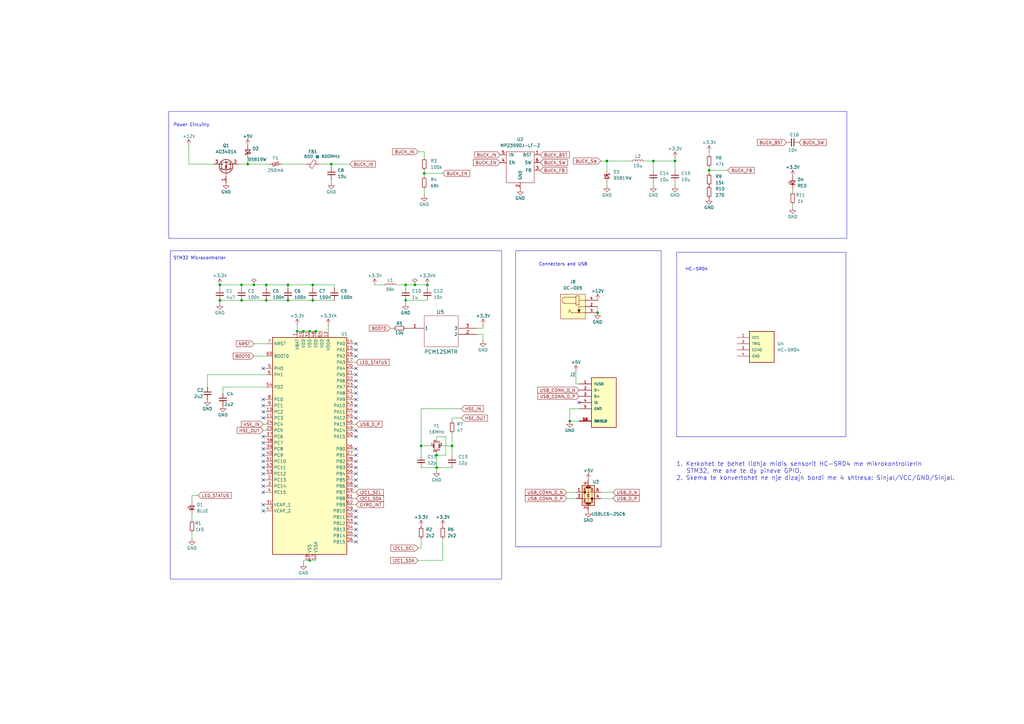
<source format=kicad_sch>
(kicad_sch (version 20231120) (generator "eeschema") (generator_version "8.0")
  (paper "A3")
  (lib_symbols
    (symbol "10118193-0001LF:10118193-0001LF" (pin_names (offset 1.016))
      (property "Reference" "J" (at -5.0817 10.9286 0))
      (property "Value" "10118193-0001LF" (at -5.0819 -12.7097 0))
      (symbol "10118193-0001LF_0_0"
        (pin passive line (at -10.16 7.62 0) (length 5.08) (name "VUSB") (number "1"))
        (pin passive line (at -10.16 5.08 0) (length 5.08) (name "D-") (number "2"))
        (pin passive line (at -10.16 2.54 0) (length 5.08) (name "D+") (number "3"))
        (pin passive line (at -10.16 0 0) (length 5.08) (name "ID") (number "4"))
        (pin passive line (at -10.16 -2.54 0) (length 5.08) (name "GND") (number "5"))
        (pin passive line (at -10.16 -7.62 0) (length 5.08) (name "SHIELD") (number "S1"))
        (pin passive line (at -10.16 -7.62 0) (length 5.08) (name "SHIELD") (number "S2"))
        (pin passive line (at -10.16 -7.62 0) (length 5.08) (name "SHIELD") (number "S3"))
        (pin passive line (at -10.16 -7.62 0) (length 5.08) (name "SHIELD") (number "S4"))
        (pin passive line (at -10.16 -7.62 0) (length 5.08) (name "SHIELD") (number "S5"))
        (pin passive line (at -10.16 -7.62 0) (length 5.08) (name "SHIELD") (number "S6"))
      )
    )
    (symbol "2024-11-09_23-25-21:PCM12SMTR" (pin_names (offset 0.254))
      (property "Reference" "U5" (at 20.32 10.16 0))
      (property "Value" "PCM12SMTR" (at 20.32 7.62 0))
      (symbol "PCM12SMTR_1_1"
        (pin unspecified line (at 0 0 0) (length 7.62) (name "1") (number "1"))
        (pin unspecified line (at 29.21 -2.54 180) (length 7.62) (name "2") (number "2"))
        (pin unspecified line (at 29.21 0 180) (length 7.62) (name "3") (number "3"))
      )
    )
    (symbol "DC-005:DC-005" (pin_names (offset 1.016))
      (property "Reference" "J" (at -5.0943 5.5976 0))
      (property "Value" "DC-005" (at -5.0995 -7.6398 0))
      (symbol "DC-005_0_0"
        (pin passive line (at 10.16 0 180) (length 5.08) (name "~") (number "2"))
        (pin passive line (at 10.16 -2.54 180) (length 5.08) (name "~") (number "3"))
        (pin passive line (at 10.16 2.54 180) (length 5.08) (name "~") (number "4"))
      )
    )
    (symbol "Device:C_Small" (pin_numbers hide) (pin_names (offset 0.254) hide)
      (property "Reference" "C" (at 0.254 1.778 0))
      (property "Value" "C_Small" (at 0.254 -2.032 0))
      (symbol "C_Small_1_1"
        (pin passive line (at 0 2.54 270) (length 2.032) (name "~") (number "1"))
        (pin passive line (at 0 -2.54 90) (length 2.032) (name "~") (number "2"))
      )
    )
    (symbol "Device:Crystal_GND24_Small" (pin_names (offset 1.016) hide)
      (property "Reference" "Y" (at 1.27 4.445 0))
      (property "Value" "Crystal_GND24_Small" (at 1.27 2.54 0))
      (symbol "Crystal_GND24_Small_1_1"
        (pin passive line (at -2.54 0 0) (length 1.27) (name "1") (number "1"))
        (pin passive line (at 0 -2.54 90) (length 0.635) (name "2") (number "2"))
        (pin passive line (at 2.54 0 180) (length 1.27) (name "3") (number "3"))
        (pin passive line (at 0 2.54 270) (length 0.635) (name "4") (number "4"))
      )
    )
    (symbol "Device:D_Schottky_Small" (pin_numbers hide) (pin_names (offset 0.254) hide)
      (property "Reference" "D" (at -1.27 2.032 0))
      (property "Value" "D_Schottky_Small" (at -7.112 -2.032 0))
      (symbol "D_Schottky_Small_1_1"
        (pin passive line (at -2.54 0 0) (length 1.778) (name "K") (number "1"))
        (pin passive line (at 2.54 0 180) (length 1.778) (name "A") (number "2"))
      )
    )
    (symbol "Device:Ferrite_Bead_Small" (pin_numbers hide) (pin_names (offset 0))
      (property "Reference" "FB" (at 1.905 1.27 0))
      (property "Value" "Device_Ferrite_Bead_Small" (at 1.905 -1.27 0))
      (symbol "Ferrite_Bead_Small_1_1"
        (pin passive line (at 0 2.54 270) (length 1.27) (name "~") (number "1"))
        (pin passive line (at 0 -2.54 90) (length 1.27) (name "~") (number "2"))
      )
    )
    (symbol "Device:LED_Small" (pin_numbers hide) (pin_names (offset 0.254) hide)
      (property "Reference" "D" (at -1.27 3.175 0))
      (property "Value" "LED_Small" (at -4.445 -2.54 0))
      (symbol "LED_Small_1_1"
        (pin passive line (at -2.54 0 0) (length 1.778) (name "K") (number "1"))
        (pin passive line (at 2.54 0 180) (length 1.778) (name "A") (number "2"))
      )
    )
    (symbol "Device:L_Small" (pin_numbers hide) (pin_names (offset 0.254) hide)
      (property "Reference" "L" (at 0.762 1.016 0))
      (property "Value" "L_Small" (at 0.762 -1.016 0))
      (symbol "L_Small_1_1"
        (pin passive line (at 0 2.54 270) (length 0.508) (name "~") (number "1"))
        (pin passive line (at 0 -2.54 90) (length 0.508) (name "~") (number "2"))
      )
    )
    (symbol "Device:Polyfuse_Small" (pin_numbers hide) (pin_names (offset 0))
      (property "Reference" "F" (at -1.905 0 90))
      (property "Value" "Polyfuse_Small" (at 1.905 0 90))
      (symbol "Polyfuse_Small_1_1"
        (pin passive line (at 0 2.54 270) (length 0.635) (name "~") (number "1"))
        (pin passive line (at 0 -2.54 90) (length 0.635) (name "~") (number "2"))
      )
    )
    (symbol "Device:R_Small" (pin_numbers hide) (pin_names (offset 0.254) hide)
      (property "Reference" "R" (at 0.762 0.508 0))
      (property "Value" "R_Small" (at 0.762 -1.016 0))
      (symbol "R_Small_1_1"
        (pin passive line (at 0 2.54 270) (length 0.762) (name "~") (number "1"))
        (pin passive line (at 0 -2.54 90) (length 0.762) (name "~") (number "2"))
      )
    )
    (symbol "HC-SR04:HC-SR04" (pin_names (offset 1.016))
      (property "Reference" "U" (at 0 5.0813 0))
      (property "Value" "HC-SR04" (at 0 -10.163 0))
      (symbol "HC-SR04_0_0"
        (pin power_in line (at -5.08 2.54 0) (length 5.08) (name "VCC") (number "1"))
        (pin bidirectional line (at -5.08 0 0) (length 5.08) (name "TRIG") (number "2"))
        (pin bidirectional line (at -5.08 -2.54 0) (length 5.08) (name "ECHO") (number "3"))
        (pin power_in line (at -5.08 -5.08 0) (length 5.08) (name "GND") (number "4"))
      )
    )
    (symbol "MCU_ST_STM32F4:STM32F405RGTx"
      (property "Reference" "U1" (at 14.224 47.244 0))
      (property "Value" "STM32F405RGT6" (at 12.7 -44.45 0))
      (symbol "STM32F405RGTx_1_1"
        (pin power_in line (at -5.08 48.26 270) (length 2.54) (name "VBAT") (number "1"))
        (pin bidirectional line (at -17.78 15.24 0) (length 2.54) (name "PC2") (number "10"))
        (pin bidirectional line (at -17.78 12.7 0) (length 2.54) (name "PC3") (number "11"))
        (pin power_in line (at 2.54 -45.72 90) (length 2.54) (name "VSSA") (number "12"))
        (pin power_in line (at 7.62 48.26 270) (length 2.54) (name "VDDA") (number "13"))
        (pin bidirectional line (at 17.78 43.18 180) (length 2.54) (name "PA0") (number "14"))
        (pin bidirectional line (at 17.78 40.64 180) (length 2.54) (name "PA1") (number "15"))
        (pin bidirectional line (at 17.78 38.1 180) (length 2.54) (name "PA2") (number "16"))
        (pin bidirectional line (at 17.78 35.56 180) (length 2.54) (name "PA3") (number "17"))
        (pin power_in line (at 0 -45.72 90) (length 2.54) (name "VSS") (number "18"))
        (pin power_in line (at -2.54 48.26 270) (length 2.54) (name "VDD") (number "19"))
        (pin bidirectional line (at -17.78 -12.7 0) (length 2.54) (name "PC13") (number "2"))
        (pin bidirectional line (at 17.78 33.02 180) (length 2.54) (name "PA4") (number "20"))
        (pin bidirectional line (at 17.78 30.48 180) (length 2.54) (name "PA5") (number "21"))
        (pin bidirectional line (at 17.78 27.94 180) (length 2.54) (name "PA6") (number "22"))
        (pin bidirectional line (at 17.78 25.4 180) (length 2.54) (name "PA7") (number "23"))
        (pin bidirectional line (at -17.78 10.16 0) (length 2.54) (name "PC4") (number "24"))
        (pin bidirectional line (at -17.78 7.62 0) (length 2.54) (name "PC5") (number "25"))
        (pin bidirectional line (at 17.78 0 180) (length 2.54) (name "PB0") (number "26"))
        (pin bidirectional line (at 17.78 -2.54 180) (length 2.54) (name "PB1") (number "27"))
        (pin bidirectional line (at 17.78 -5.08 180) (length 2.54) (name "PB2") (number "28"))
        (pin bidirectional line (at 17.78 -25.4 180) (length 2.54) (name "PB10") (number "29"))
        (pin bidirectional line (at -17.78 -15.24 0) (length 2.54) (name "PC14") (number "3"))
        (pin bidirectional line (at 17.78 -27.94 180) (length 2.54) (name "PB11") (number "30"))
        (pin power_out line (at -17.78 -22.86 0) (length 2.54) (name "VCAP_1") (number "31"))
        (pin power_in line (at 0 48.26 270) (length 2.54) (name "VDD") (number "32"))
        (pin bidirectional line (at 17.78 -30.48 180) (length 2.54) (name "PB12") (number "33"))
        (pin bidirectional line (at 17.78 -33.02 180) (length 2.54) (name "PB13") (number "34"))
        (pin bidirectional line (at 17.78 -35.56 180) (length 2.54) (name "PB14") (number "35"))
        (pin bidirectional line (at 17.78 -38.1 180) (length 2.54) (name "PB15") (number "36"))
        (pin bidirectional line (at -17.78 5.08 0) (length 2.54) (name "PC6") (number "37"))
        (pin bidirectional line (at -17.78 2.54 0) (length 2.54) (name "PC7") (number "38"))
        (pin bidirectional line (at -17.78 0 0) (length 2.54) (name "PC8") (number "39"))
        (pin bidirectional line (at -17.78 -17.78 0) (length 2.54) (name "PC15") (number "4"))
        (pin bidirectional line (at -17.78 -2.54 0) (length 2.54) (name "PC9") (number "40"))
        (pin bidirectional line (at 17.78 22.86 180) (length 2.54) (name "PA8") (number "41"))
        (pin bidirectional line (at 17.78 20.32 180) (length 2.54) (name "PA9") (number "42"))
        (pin bidirectional line (at 17.78 17.78 180) (length 2.54) (name "PA10") (number "43"))
        (pin bidirectional line (at 17.78 15.24 180) (length 2.54) (name "PA11") (number "44"))
        (pin bidirectional line (at 17.78 12.7 180) (length 2.54) (name "PA12") (number "45"))
        (pin bidirectional line (at 17.78 10.16 180) (length 2.54) (name "PA13") (number "46"))
        (pin power_out line (at -17.78 -25.4 0) (length 2.54) (name "VCAP_2") (number "47"))
        (pin power_in line (at 2.54 48.26 270) (length 2.54) (name "VDD") (number "48"))
        (pin bidirectional line (at 17.78 7.62 180) (length 2.54) (name "PA14") (number "49"))
        (pin bidirectional line (at -17.78 33.02 0) (length 2.54) (name "PH0") (number "5"))
        (pin bidirectional line (at 17.78 5.08 180) (length 2.54) (name "PA15") (number "50"))
        (pin bidirectional line (at -17.78 -5.08 0) (length 2.54) (name "PC10") (number "51"))
        (pin bidirectional line (at -17.78 -7.62 0) (length 2.54) (name "PC11") (number "52"))
        (pin bidirectional line (at -17.78 -10.16 0) (length 2.54) (name "PC12") (number "53"))
        (pin bidirectional line (at -17.78 25.4 0) (length 2.54) (name "PD2") (number "54"))
        (pin bidirectional line (at 17.78 -7.62 180) (length 2.54) (name "PB3") (number "55"))
        (pin bidirectional line (at 17.78 -10.16 180) (length 2.54) (name "PB4") (number "56"))
        (pin bidirectional line (at 17.78 -12.7 180) (length 2.54) (name "PB5") (number "57"))
        (pin bidirectional line (at 17.78 -15.24 180) (length 2.54) (name "PB6") (number "58"))
        (pin bidirectional line (at 17.78 -17.78 180) (length 2.54) (name "PB7") (number "59"))
        (pin bidirectional line (at -17.78 30.48 0) (length 2.54) (name "PH1") (number "6"))
        (pin input line (at -17.78 38.1 0) (length 2.54) (name "BOOT0") (number "60"))
        (pin bidirectional line (at 17.78 -20.32 180) (length 2.54) (name "PB8") (number "61"))
        (pin bidirectional line (at 17.78 -22.86 180) (length 2.54) (name "PB9") (number "62"))
        (pin passive line (at 0 -45.72 90) (length 2.54) hide (name "VSS") (number "63"))
        (pin power_in line (at 5.08 48.26 270) (length 2.54) (name "VDD") (number "64"))
        (pin input line (at -17.78 43.18 0) (length 2.54) (name "NRST") (number "7"))
        (pin bidirectional line (at -17.78 20.32 0) (length 2.54) (name "PC0") (number "8"))
        (pin bidirectional line (at -17.78 17.78 0) (length 2.54) (name "PC1") (number "9"))
      )
    )
    (symbol "Power_Protection:USBLC6-2SC6" (pin_names hide)
      (property "Reference" "U" (at 0.635 5.715 0))
      (property "Value" "USBLC6-2SC6" (at 0.635 3.81 0))
      (symbol "USBLC6-2SC6_1_1"
        (pin passive line (at -5.08 0 0) (length 2.54) (name "I/O1") (number "1"))
        (pin passive line (at 0 -7.62 90) (length 2.54) (name "GND") (number "2"))
        (pin passive line (at -5.08 -2.54 0) (length 2.54) (name "I/O2") (number "3"))
        (pin passive line (at 5.08 -2.54 180) (length 2.54) (name "I/O2") (number "4"))
        (pin passive line (at 0 5.08 270) (length 2.54) (name "VBUS") (number "5"))
        (pin passive line (at 5.08 0 180) (length 2.54) (name "I/O1") (number "6"))
      )
    )
    (symbol "SchmillipKiCADLibrary:MP2359DJ-LF-Z" (pin_names (offset 1.016))
      (property "Reference" "U" (at 0 9.525 0))
      (property "Value" "SchmillipKiCADLibrary_MP2359DJ-LF-Z" (at 10.16 -6.35 0))
      (symbol "MP2359DJ-LF-Z_1_1"
        (pin input line (at 8.255 6.35 180) (length 2.54) (name "BST") (number "1"))
        (pin power_in line (at 0 -7.62 90) (length 2.54) (name "GND") (number "2"))
        (pin input line (at 8.255 0 180) (length 2.54) (name "FB") (number "3"))
        (pin input line (at -8.255 3.175 0) (length 2.54) (name "EN") (number "4"))
        (pin power_in line (at -8.255 6.35 0) (length 2.54) (name "IN") (number "5"))
        (pin power_out line (at 8.255 3.175 180) (length 2.54) (name "SW") (number "6"))
      )
    )
    (symbol "Transistor_FET:AO3401A" (pin_names hide)
      (property "Reference" "Q" (at 5.08 1.905 0))
      (property "Value" "AO3401A" (at 5.08 0 0))
      (symbol "AO3401A_1_1"
        (pin input line (at -5.08 0 0) (length 2.54) (name "G") (number "1"))
        (pin passive line (at 2.54 -5.08 90) (length 2.54) (name "S") (number "2"))
        (pin passive line (at 2.54 5.08 270) (length 2.54) (name "D") (number "3"))
      )
    )
    (symbol "power:+12V" (power) (pin_numbers hide) (pin_names (offset 0) hide)
      (property "Value" "+12V" (at 0 3.556 0))
      (symbol "+12V_1_1"
        (pin power_in line (at 0 0 90) (length 0) (name "~") (number "1"))
      )
    )
    (symbol "power:+3.3V" (power) (pin_numbers hide) (pin_names (offset 0) hide)
      (property "Value" "+3.3V" (at 0 3.556 0))
      (symbol "+3.3V_1_1"
        (pin power_in line (at 0 0 90) (length 0) (name "~") (number "1"))
      )
    )
    (symbol "power:+3.3VA" (power) (pin_numbers hide) (pin_names (offset 0) hide)
      (property "Value" "+3.3VA" (at 0 3.556 0))
      (symbol "+3.3VA_1_1"
        (pin power_in line (at 0 0 90) (length 0) (name "~") (number "1"))
      )
    )
    (symbol "power:+5V" (power) (pin_numbers hide) (pin_names (offset 0) hide)
      (property "Value" "+5V" (at 0 3.556 0))
      (symbol "+5V_1_1"
        (pin power_in line (at 0 0 90) (length 0) (name "~") (number "1"))
      )
    )
    (symbol "power:GND" (power) (pin_numbers hide) (pin_names (offset 0) hide)
      (property "Value" "GND" (at 0 -3.81 0))
      (symbol "GND_1_1"
        (pin power_in line (at 0 0 270) (length 0) (name "~") (number "1"))
      )
    )
    (symbol "power:PWR_FLAG" (power) (pin_numbers hide) (pin_names (offset 0) hide)
      (property "Value" "PWR_FLAG" (at 0 3.81 0))
      (symbol "PWR_FLAG_0_0"
        (pin power_out line (at 0 0 90) (length 0) (name "~") (number "1"))
      )
    )
  )
  (junction (at 129.54 135.89))
  (junction (at 99.06 123.19))
  (junction (at 172.72 182.88))
  (junction (at 90.17 123.19))
  (junction (at 179.07 191.77))
  (junction (at 127 229.87))
  (junction (at 173.99 71.12))
  (junction (at 175.26 116.84))
  (junction (at 267.97 66.04))
  (junction (at 166.37 123.19))
  (junction (at 248.92 66.04))
  (junction (at 170.18 116.84))
  (junction (at 233.68 172.72))
  (junction (at 109.22 116.84))
  (junction (at 101.6 67.31))
  (junction (at 118.11 116.84))
  (junction (at 104.14 116.84))
  (junction (at 99.06 116.84))
  (junction (at 290.83 69.85))
  (junction (at 276.86 66.04))
  (junction (at 109.22 123.19))
  (junction (at 135.89 67.31))
  (junction (at 90.17 116.84))
  (junction (at 166.37 116.84))
  (junction (at 124.46 135.89))
  (junction (at 245.11 128.27))
  (junction (at 127 135.89))
  (junction (at 128.27 123.19))
  (junction (at 128.27 116.84))
  (junction (at 118.11 123.19))
  (junction (at 179.07 186.69))
  (junction (at 121.92 135.89))
  (junction (at 185.42 182.88))
  (no_connect (at 146.05 166.37))
  (no_connect (at 107.95 166.37))
  (no_connect (at 107.95 189.23))
  (no_connect (at 146.05 156.21))
  (no_connect (at 107.95 199.39))
  (no_connect (at 107.95 196.85))
  (no_connect (at 107.95 201.93))
  (no_connect (at 107.95 186.69))
  (no_connect (at 146.05 143.51))
  (no_connect (at 146.05 158.75))
  (no_connect (at 146.05 194.31))
  (no_connect (at 107.95 207.01))
  (no_connect (at 107.95 194.31))
  (no_connect (at 146.05 179.07))
  (no_connect (at 107.95 171.45))
  (no_connect (at 146.05 212.09))
  (no_connect (at 146.05 217.17))
  (no_connect (at 146.05 184.15))
  (no_connect (at 107.95 168.91))
  (no_connect (at 146.05 219.71))
  (no_connect (at 107.95 179.07))
  (no_connect (at 146.05 189.23))
  (no_connect (at 107.95 209.55))
  (no_connect (at 146.05 146.05))
  (no_connect (at 146.05 214.63))
  (no_connect (at 107.95 184.15))
  (no_connect (at 146.05 163.83))
  (no_connect (at 146.05 176.53))
  (no_connect (at 107.95 151.13))
  (no_connect (at 107.95 181.61))
  (no_connect (at 146.05 161.29))
  (no_connect (at 146.05 186.69))
  (no_connect (at 146.05 222.25))
  (no_connect (at 146.05 209.55))
  (no_connect (at 146.05 196.85))
  (no_connect (at 146.05 140.97))
  (no_connect (at 107.95 191.77))
  (no_connect (at 146.05 171.45))
  (no_connect (at 146.05 153.67))
  (no_connect (at 146.05 191.77))
  (no_connect (at 146.05 151.13))
  (no_connect (at 107.95 163.83))
  (no_connect (at 237.49 165.1))
  (no_connect (at 146.05 168.91))
  (no_connect (at 146.05 199.39))
  (wire (pts (xy 144.78 153.67) (xy 146.05 153.67)))
  (wire (pts (xy 107.95 201.93) (xy 109.22 201.93)))
  (wire (pts (xy 107.95 163.83) (xy 109.22 163.83)))
  (wire (pts (xy 107.95 207.01) (xy 109.22 207.01)))
  (wire (pts (xy 172.72 167.64) (xy 172.72 182.88)))
  (wire (pts (xy 90.17 116.84) (xy 90.17 118.11)))
  (wire (pts (xy 179.07 180.34) (xy 179.07 179.07)))
  (wire (pts (xy 185.42 177.8) (xy 185.42 182.88)))
  (wire (pts (xy 99.06 116.84) (xy 104.14 116.84)))
  (wire (pts (xy 146.05 161.29) (xy 144.78 161.29)))
  (wire (pts (xy 128.27 118.11) (xy 128.27 116.84)))
  (wire (pts (xy 146.05 163.83) (xy 144.78 163.83)))
  (wire (pts (xy 175.26 116.84) (xy 170.18 116.84)))
  (wire (pts (xy 146.05 148.59) (xy 144.78 148.59)))
  (wire (pts (xy 237.49 167.64) (xy 233.68 167.64)))
  (wire (pts (xy 121.92 135.89) (xy 124.46 135.89)))
  (wire (pts (xy 166.37 116.84) (xy 162.56 116.84)))
  (wire (pts (xy 107.95 171.45) (xy 109.22 171.45)))
  (wire (pts (xy 107.95 199.39) (xy 109.22 199.39)))
  (wire (pts (xy 107.95 196.85) (xy 109.22 196.85)))
  (wire (pts (xy 77.47 59.69) (xy 77.47 67.31)))
  (wire (pts (xy 290.83 63.5) (xy 290.83 62.23)))
  (wire (pts (xy 146.05 209.55) (xy 144.78 209.55)))
  (wire (pts (xy 90.17 124.46) (xy 90.17 123.19)))
  (wire (pts (xy 81.28 203.2) (xy 78.74 203.2)))
  (wire (pts (xy 135.89 68.58) (xy 135.89 67.31)))
  (wire (pts (xy 233.68 172.72) (xy 237.49 172.72)))
  (wire (pts (xy 90.17 123.19) (xy 99.06 123.19)))
  (wire (pts (xy 107.95 181.61) (xy 109.22 181.61)))
  (wire (pts (xy 109.22 123.19) (xy 118.11 123.19)))
  (wire (pts (xy 290.83 69.85) (xy 290.83 71.12)))
  (wire (pts (xy 146.05 207.01) (xy 144.78 207.01)))
  (wire (pts (xy 179.07 193.04) (xy 179.07 191.77)))
  (wire (pts (xy 99.06 118.11) (xy 99.06 116.84)))
  (wire (pts (xy 173.99 71.12) (xy 173.99 69.85)))
  (wire (pts (xy 146.05 171.45) (xy 144.78 171.45)))
  (wire (pts (xy 107.95 179.07) (xy 109.22 179.07)))
  (wire (pts (xy 78.74 213.36) (xy 78.74 210.82)))
  (wire (pts (xy 198.12 137.16) (xy 195.58 137.16)))
  (wire (pts (xy 124.46 231.14) (xy 124.46 229.87)))
  (wire (pts (xy 248.92 69.85) (xy 248.92 66.04)))
  (wire (pts (xy 185.42 171.45) (xy 185.42 172.72)))
  (wire (pts (xy 248.92 66.04) (xy 246.38 66.04)))
  (wire (pts (xy 109.22 118.11) (xy 109.22 116.84)))
  (wire (pts (xy 181.61 71.12) (xy 173.99 71.12)))
  (wire (pts (xy 144.78 151.13) (xy 146.05 151.13)))
  (wire (pts (xy 91.44 161.29) (xy 91.44 158.75)))
  (wire (pts (xy 146.05 196.85) (xy 144.78 196.85)))
  (wire (pts (xy 146.05 184.15) (xy 144.78 184.15)))
  (wire (pts (xy 195.58 134.62) (xy 198.12 134.62)))
  (wire (pts (xy 104.14 146.05) (xy 109.22 146.05)))
  (wire (pts (xy 146.05 217.17) (xy 144.78 217.17)))
  (wire (pts (xy 325.12 78.74) (xy 325.12 77.47)))
  (wire (pts (xy 181.61 182.88) (xy 185.42 182.88)))
  (wire (pts (xy 171.45 229.87) (xy 181.61 229.87)))
  (wire (pts (xy 276.86 64.77) (xy 276.86 66.04)))
  (wire (pts (xy 107.95 173.99) (xy 109.22 173.99)))
  (wire (pts (xy 245.11 125.73) (xy 245.11 128.27)))
  (wire (pts (xy 110.49 67.31) (xy 101.6 67.31)))
  (wire (pts (xy 173.99 80.01) (xy 173.99 77.47)))
  (wire (pts (xy 246.38 204.47) (xy 251.46 204.47)))
  (wire (pts (xy 146.05 199.39) (xy 144.78 199.39)))
  (wire (pts (xy 179.07 185.42) (xy 179.07 186.69)))
  (wire (pts (xy 107.95 166.37) (xy 109.22 166.37)))
  (wire (pts (xy 99.06 123.19) (xy 109.22 123.19)))
  (wire (pts (xy 146.05 222.25) (xy 144.78 222.25)))
  (wire (pts (xy 182.88 179.07) (xy 182.88 186.69)))
  (wire (pts (xy 181.61 229.87) (xy 181.61 220.98)))
  (wire (pts (xy 146.05 191.77) (xy 144.78 191.77)))
  (wire (pts (xy 87.63 67.31) (xy 77.47 67.31)))
  (wire (pts (xy 107.95 189.23) (xy 109.22 189.23)))
  (wire (pts (xy 146.05 194.31) (xy 144.78 194.31)))
  (wire (pts (xy 290.83 69.85) (xy 290.83 68.58)))
  (wire (pts (xy 179.07 186.69) (xy 179.07 191.77)))
  (wire (pts (xy 276.86 66.04) (xy 267.97 66.04)))
  (wire (pts (xy 90.17 116.84) (xy 99.06 116.84)))
  (wire (pts (xy 104.14 140.97) (xy 109.22 140.97)))
  (wire (pts (xy 107.95 168.91) (xy 109.22 168.91)))
  (wire (pts (xy 124.46 135.89) (xy 127 135.89)))
  (wire (pts (xy 85.09 158.75) (xy 85.09 153.67)))
  (wire (pts (xy 128.27 123.19) (xy 137.16 123.19)))
  (wire (pts (xy 109.22 116.84) (xy 118.11 116.84)))
  (wire (pts (xy 146.05 166.37) (xy 144.78 166.37)))
  (wire (pts (xy 171.45 224.79) (xy 172.72 224.79)))
  (wire (pts (xy 143.51 67.31) (xy 135.89 67.31)))
  (wire (pts (xy 276.86 69.85) (xy 276.86 66.04)))
  (wire (pts (xy 170.18 116.84) (xy 166.37 116.84)))
  (wire (pts (xy 85.09 153.67) (xy 109.22 153.67)))
  (wire (pts (xy 97.79 67.31) (xy 101.6 67.31)))
  (wire (pts (xy 118.11 118.11) (xy 118.11 116.84)))
  (wire (pts (xy 78.74 220.98) (xy 78.74 218.44)))
  (wire (pts (xy 236.22 157.48) (xy 237.49 157.48)))
  (wire (pts (xy 134.62 133.35) (xy 134.62 135.89)))
  (wire (pts (xy 146.05 168.91) (xy 144.78 168.91)))
  (wire (pts (xy 276.86 76.2) (xy 276.86 74.93)))
  (wire (pts (xy 146.05 186.69) (xy 144.78 186.69)))
  (wire (pts (xy 171.45 62.23) (xy 173.99 62.23)))
  (wire (pts (xy 160.02 134.62) (xy 161.29 134.62)))
  (wire (pts (xy 172.72 167.64) (xy 189.23 167.64)))
  (wire (pts (xy 144.78 146.05) (xy 146.05 146.05)))
  (wire (pts (xy 107.95 176.53) (xy 109.22 176.53)))
  (wire (pts (xy 173.99 72.39) (xy 173.99 71.12)))
  (wire (pts (xy 182.88 186.69) (xy 179.07 186.69)))
  (wire (pts (xy 259.08 66.04) (xy 248.92 66.04)))
  (wire (pts (xy 233.68 167.64) (xy 233.68 172.72)))
  (wire (pts (xy 179.07 191.77) (xy 185.42 191.77)))
  (wire (pts (xy 78.74 203.2) (xy 78.74 205.74)))
  (wire (pts (xy 267.97 76.2) (xy 267.97 74.93)))
  (wire (pts (xy 298.45 69.85) (xy 290.83 69.85)))
  (wire (pts (xy 107.95 186.69) (xy 109.22 186.69)))
  (wire (pts (xy 179.07 179.07) (xy 182.88 179.07)))
  (wire (pts (xy 236.22 152.4) (xy 236.22 157.48)))
  (wire (pts (xy 101.6 64.77) (xy 101.6 67.31)))
  (wire (pts (xy 118.11 116.84) (xy 128.27 116.84)))
  (wire (pts (xy 107.95 209.55) (xy 109.22 209.55)))
  (wire (pts (xy 144.78 143.51) (xy 146.05 143.51)))
  (wire (pts (xy 198.12 134.62) (xy 198.12 133.35)))
  (wire (pts (xy 246.38 201.93) (xy 251.46 201.93)))
  (wire (pts (xy 91.44 158.75) (xy 109.22 158.75)))
  (wire (pts (xy 172.72 186.69) (xy 172.72 182.88)))
  (wire (pts (xy 232.41 204.47) (xy 236.22 204.47)))
  (wire (pts (xy 127 135.89) (xy 129.54 135.89)))
  (wire (pts (xy 118.11 123.19) (xy 128.27 123.19)))
  (wire (pts (xy 146.05 212.09) (xy 144.78 212.09)))
  (wire (pts (xy 146.05 176.53) (xy 144.78 176.53)))
  (wire (pts (xy 166.37 124.46) (xy 166.37 123.19)))
  (wire (pts (xy 232.41 201.93) (xy 236.22 201.93)))
  (wire (pts (xy 173.99 62.23) (xy 173.99 64.77)))
  (wire (pts (xy 325.12 85.09) (xy 325.12 83.82)))
  (wire (pts (xy 127 229.87) (xy 129.54 229.87)))
  (wire (pts (xy 129.54 135.89) (xy 132.08 135.89)))
  (wire (pts (xy 146.05 214.63) (xy 144.78 214.63)))
  (wire (pts (xy 146.05 173.99) (xy 144.78 173.99)))
  (wire (pts (xy 166.37 123.19) (xy 175.26 123.19)))
  (wire (pts (xy 124.46 229.87) (xy 127 229.87)))
  (wire (pts (xy 146.05 158.75) (xy 144.78 158.75)))
  (wire (pts (xy 107.95 194.31) (xy 109.22 194.31)))
  (wire (pts (xy 146.05 140.97) (xy 144.78 140.97)))
  (wire (pts (xy 175.26 118.11) (xy 175.26 116.84)))
  (wire (pts (xy 172.72 224.79) (xy 172.72 220.98)))
  (wire (pts (xy 189.23 171.45) (xy 185.42 171.45)))
  (wire (pts (xy 153.67 116.84) (xy 157.48 116.84)))
  (wire (pts (xy 146.05 201.93) (xy 144.78 201.93)))
  (wire (pts (xy 146.05 189.23) (xy 144.78 189.23)))
  (wire (pts (xy 267.97 66.04) (xy 264.16 66.04)))
  (wire (pts (xy 172.72 182.88) (xy 176.53 182.88)))
  (wire (pts (xy 135.89 67.31) (xy 130.81 67.31)))
  (wire (pts (xy 146.05 156.21) (xy 144.78 156.21)))
  (wire (pts (xy 107.95 151.13) (xy 109.22 151.13)))
  (wire (pts (xy 137.16 116.84) (xy 137.16 118.11)))
  (wire (pts (xy 146.05 204.47) (xy 144.78 204.47)))
  (wire (pts (xy 107.95 191.77) (xy 109.22 191.77)))
  (wire (pts (xy 248.92 76.2) (xy 248.92 74.93)))
  (wire (pts (xy 179.07 191.77) (xy 172.72 191.77)))
  (wire (pts (xy 267.97 69.85) (xy 267.97 66.04)))
  (wire (pts (xy 121.92 133.35) (xy 121.92 135.89)))
  (wire (pts (xy 104.14 116.84) (xy 109.22 116.84)))
  (wire (pts (xy 146.05 179.07) (xy 144.78 179.07)))
  (wire (pts (xy 135.89 74.93) (xy 135.89 73.66)))
  (wire (pts (xy 107.95 184.15) (xy 109.22 184.15)))
  (wire (pts (xy 146.05 219.71) (xy 144.78 219.71)))
  (wire (pts (xy 166.37 118.11) (xy 166.37 116.84)))
  (wire (pts (xy 185.42 186.69) (xy 185.42 182.88)))
  (wire (pts (xy 115.57 67.31) (xy 125.73 67.31)))
  (wire (pts (xy 128.27 116.84) (xy 137.16 116.84)))
  (wire (pts (xy 198.12 139.7) (xy 198.12 137.16)))
  (rectangle (start 69.215 45.72) (end 347.345 97.79))
  (rectangle (start 277.495 103.505) (end 346.964 179.07))
  (rectangle (start 211.455 102.87) (end 271.145 224.282))
  (rectangle (start 69.85 102.87) (end 205.74 237.49))
  (text "1. Kerkohet te behet lidhja midis sensorit HC-SR04 me mikrokontrollerin \n   STM32, me ane te dy pineve GPIO.\n2. Skema te konvertohet ne nje dizajn bordi me 4 shtresa: Sinjal/VCC/GND/Sinjal.\n" (at 277.368 193.294 0) (effects (font (size 1.778 1.778)) (justify left)))
  (text "HC-SR04\n" (at 285.75 110.49 0) (effects (font (size 1.27 1.27))))
  (text "STM32 Microcontroller" (at 71.12 106.68 0) (effects (font (size 1.27 1.27)) (justify left bottom)))
  (text "Connectors and USB" (at 220.98 109.22 0) (effects (font (size 1.27 1.27)) (justify left bottom)))
  (text "Power Circuitry" (at 71.12 52.07 0) (effects (font (size 1.27 1.27)) (justify left bottom)))
  (global_label "BUCK_SW" (shape input) (at 327.66 58.42 0) (property "Intersheetrefs" "${INTERSHEET_REFS}" (effects (hide yes))))
  (global_label "I2C1_SDA" (shape input) (at 171.45 229.87 180) (property "Intersheetrefs" "${INTERSHEET_REFS}" (effects (hide yes))))
  (global_label "USB_D_N" (shape input) (at 251.46 201.93 0) (property "Intersheetrefs" "${INTERSHEET_REFS}" (effects (hide yes))))
  (global_label "BOOT0" (shape input) (at 160.02 134.62 180) (property "Intersheetrefs" "${INTERSHEET_REFS}" (effects (hide yes))))
  (global_label "HSE_IN" (shape input) (at 107.95 173.99 180) (property "Intersheetrefs" "${INTERSHEET_REFS}" (effects (hide yes))))
  (global_label "HSE_OUT" (shape input) (at 107.95 176.53 180) (property "Intersheetrefs" "${INTERSHEET_REFS}" (effects (hide yes))))
  (global_label "BOOT0" (shape input) (at 104.14 146.05 180) (property "Intersheetrefs" "${INTERSHEET_REFS}" (effects (hide yes))))
  (global_label "I2C1_SCL" (shape input) (at 146.05 201.93 0) (property "Intersheetrefs" "${INTERSHEET_REFS}" (effects (hide yes))))
  (global_label "BUCK_EN" (shape input) (at 181.61 71.12 0) (property "Intersheetrefs" "${INTERSHEET_REFS}" (effects (hide yes))))
  (global_label "USB_CONN_D_N" (shape input) (at 232.41 201.93 180) (property "Intersheetrefs" "${INTERSHEET_REFS}" (effects (hide yes))))
  (global_label "I2C1_SDA" (shape input) (at 146.05 204.47 0) (property "Intersheetrefs" "${INTERSHEET_REFS}" (effects (hide yes))))
  (global_label "GYRO_INT" (shape input) (at 146.05 207.01 0) (property "Intersheetrefs" "${INTERSHEET_REFS}" (effects (hide yes))))
  (global_label "USB_CONN_D_P" (shape input) (at 232.41 204.47 180) (property "Intersheetrefs" "${INTERSHEET_REFS}" (effects (hide yes))))
  (global_label "BUCK_BST" (shape input) (at 322.58 58.42 180) (property "Intersheetrefs" "${INTERSHEET_REFS}" (effects (hide yes))))
  (global_label "LED_STATUS" (shape input) (at 146.05 148.59 0) (property "Intersheetrefs" "${INTERSHEET_REFS}" (effects (hide yes))))
  (global_label "BUCK_IN" (shape input) (at 143.51 67.31 0) (property "Intersheetrefs" "${INTERSHEET_REFS}" (effects (hide yes))))
  (global_label "I2C1_SCL" (shape input) (at 171.45 224.79 180) (property "Intersheetrefs" "${INTERSHEET_REFS}" (effects (hide yes))))
  (global_label "BUCK_SW" (shape input) (at 221.615 66.675 0) (property "Intersheetrefs" "${INTERSHEET_REFS}" (effects (hide yes))))
  (global_label "HSE_IN" (shape input) (at 189.23 167.64 0) (property "Intersheetrefs" "${INTERSHEET_REFS}" (effects (hide yes))))
  (global_label "NRST" (shape input) (at 104.14 140.97 180) (property "Intersheetrefs" "${INTERSHEET_REFS}" (effects (hide yes))))
  (global_label "LED_STATUS" (shape input) (at 81.28 203.2 0) (property "Intersheetrefs" "${INTERSHEET_REFS}" (effects (hide yes))))
  (global_label "BUCK_IN" (shape input) (at 171.45 62.23 180) (property "Intersheetrefs" "${INTERSHEET_REFS}" (effects (hide yes))))
  (global_label "HSE_OUT" (shape input) (at 189.23 171.45 0) (property "Intersheetrefs" "${INTERSHEET_REFS}" (effects (hide yes))))
  (global_label "BUCK_SW" (shape input) (at 246.38 66.04 180) (property "Intersheetrefs" "${INTERSHEET_REFS}" (effects (hide yes))))
  (global_label "USB_CONN_D_P" (shape input) (at 237.49 162.56 180) (property "Intersheetrefs" "${INTERSHEET_REFS}" (effects (hide yes))))
  (global_label "BUCK_FB" (shape input) (at 221.615 69.85 0) (property "Intersheetrefs" "${INTERSHEET_REFS}" (effects (hide yes))))
  (global_label "USB_D_P" (shape input) (at 146.05 173.99 0) (property "Intersheetrefs" "${INTERSHEET_REFS}" (effects (hide yes))))
  (global_label "USB_CONN_D_N" (shape input) (at 237.49 160.02 180) (property "Intersheetrefs" "${INTERSHEET_REFS}" (effects (hide yes))))
  (global_label "USB_D_P" (shape input) (at 251.46 204.47 0) (property "Intersheetrefs" "${INTERSHEET_REFS}" (effects (hide yes))))
  (global_label "BUCK_BST" (shape input) (at 221.615 63.5 0) (property "Intersheetrefs" "${INTERSHEET_REFS}" (effects (hide yes))))
  (global_label "BUCK_EN" (shape input) (at 205.105 66.675 180) (property "Intersheetrefs" "${INTERSHEET_REFS}" (effects (hide yes))))
  (global_label "BUCK_FB" (shape input) (at 298.45 69.85 0) (property "Intersheetrefs" "${INTERSHEET_REFS}" (effects (hide yes))))
  (global_label "BUCK_IN" (shape input) (at 205.105 63.5 180) (property "Intersheetrefs" "${INTERSHEET_REFS}" (effects (hide yes))))
  (symbol (lib_id "Device:D_Schottky_Small") (at 101.6 62.23 90) (unit 1)
    (property "Reference" "D2" (at 103.505 60.96 90) (effects (justify right)))
    (property "Value" "B5819W" (at 101.6 65.405 90) (effects (justify right)))
    (property "Footprint" "Diode_SMD:D_SOD-123" (effects (hide yes)))
    (property "LCSC Part #" "C8598" (effects (hide yes)))
  )
  (symbol (lib_id "Device:C_Small") (at 325.12 58.42 270) (unit 1)
    (property "Reference" "C16" (at 323.85 55.245 90) (effects (justify left)))
    (property "Value" "10n" (at 323.215 61.595 90) (effects (justify left)))
    (property "Footprint" "Capacitor_SMD:C_0603_1608Metric" (effects (hide yes)))
    (property "LCSC Part #" "C57112" (effects (hide yes)))
  )
  (symbol (lib_id "power:GND") (at 233.68 172.72 0) (unit 1)
    (property "Reference" "#PWR027" (effects (hide yes)))
    (property "Value" "GND" (at 233.68 176.53 0))
  )
  (symbol (lib_id "Device:C_Small") (at 185.42 189.23 0) (unit 1)
    (property "Reference" "C13" (at 187.96 187.325 0) (effects (justify left)))
    (property "Value" "12p" (at 187.96 189.865 0) (effects (justify left)))
    (property "Footprint" "Capacitor_SMD:C_0402_1005Metric" (effects (hide yes)))
    (property "LCSC Part #" "C1547" (effects (hide yes)))
  )
  (symbol (lib_id "power:+3.3V") (at 90.17 116.84 0) (unit 1)
    (property "Reference" "#PWR03" (effects (hide yes)))
    (property "Value" "+3.3V" (at 90.17 113.03 0))
  )
  (symbol (lib_id "Device:C_Small") (at 137.16 120.65 0) (unit 1)
    (property "Reference" "C9" (at 139.7 119.38 0) (effects (justify left)))
    (property "Value" "100n" (at 139.7 121.92 0) (effects (justify left)))
    (property "Footprint" "Capacitor_SMD:C_0402_1005Metric" (effects (hide yes)))
    (property "LCSC Part #" "C1525" (effects (hide yes)))
  )
  (symbol (lib_id "power:GND") (at 90.17 124.46 0) (unit 1)
    (property "Reference" "#PWR04" (effects (hide yes)))
    (property "Value" "GND" (at 90.17 128.27 0))
  )
  (symbol (lib_id "Device:R_Small") (at 173.99 67.31 0) (unit 1)
    (property "Reference" "R3" (at 176.53 66.04 0) (effects (justify left)))
    (property "Value" "100k" (at 176.53 68.58 0) (effects (justify left)))
    (property "Footprint" "Resistor_SMD:R_0603_1608Metric" (effects (hide yes)))
    (property "LCSC Part #" "C25803" (effects (hide yes)))
  )
  (symbol (lib_id "HC-SR04:HC-SR04") (at 307.34 140.97 0) (unit 1)
    (property "Reference" "U4" (at 318.77 140.9699 0) (effects (justify left)))
    (property "Value" "HC-SR04" (at 318.77 143.5099 0) (effects (justify left)))
    (property "Footprint" "HC-SR04:XCVR_HC-SR04" (effects (hide yes)))
    (property "MF" "SparkFun Electronics" (effects (hide yes)))
    (property "Description_1" "\n                        \n                            HC-SR04 Ultrasonic Sensor Qwiic Platform Evaluation Expansion Board\n                        \n" (effects (hide yes)))
    (property "Package" "None" (effects (hide yes)))
    (property "Price" "None" (effects (hide yes)))
    (property "Check_prices" "https://www.snapeda.com/parts/HC-SR04/SparkFun/view-part/?ref=eda" (effects (hide yes)))
    (property "SnapEDA_Link" "https://www.snapeda.com/parts/HC-SR04/SparkFun/view-part/?ref=snap" (effects (hide yes)))
    (property "MP" "HC-SR04" (effects (hide yes)))
    (property "Availability" "Not in stock" (effects (hide yes)))
    (property "MANUFACTURER" "Osepp" (effects (hide yes)))
  )
  (symbol (lib_id "power:GND") (at 248.92 76.2 0) (unit 1)
    (property "Reference" "#PWR029" (effects (hide yes)))
    (property "Value" "GND" (at 248.92 80.01 0))
  )
  (symbol (lib_id "power:+3.3V") (at 276.86 64.77 0) (unit 1)
    (property "Reference" "#PWR031" (effects (hide yes)))
    (property "Value" "+3.3V" (at 276.86 60.96 0))
  )
  (symbol (lib_id "Device:R_Small") (at 181.61 218.44 0) (unit 1)
    (property "Reference" "R6" (at 183.515 217.17 0) (effects (justify left)))
    (property "Value" "2k2" (at 183.515 219.71 0) (effects (justify left)))
    (property "Footprint" "Resistor_SMD:R_0402_1005Metric" (effects (hide yes)))
    (property "LCSC Part #" "C25879" (effects (hide yes)))
  )
  (symbol (lib_id "SchmillipKiCADLibrary:MP2359DJ-LF-Z") (at 213.36 69.85 0) (unit 1)
    (property "Reference" "U2" (at 213.36 57.15 0))
    (property "Value" "MP2359DJ-LF-Z" (at 213.36 59.69 0))
    (property "Footprint" "Package_TO_SOT_SMD:SOT-23-6" (effects (hide yes)))
    (property "LCSC Part #" "C14259" (effects (hide yes)))
  )
  (symbol (lib_id "power:GND") (at 166.37 124.46 0) (unit 1)
    (property "Reference" "#PWR014" (effects (hide yes)))
    (property "Value" "GND" (at 166.37 128.27 0))
  )
  (symbol (lib_id "Device:L_Small") (at 261.62 66.04 90) (unit 1)
    (property "Reference" "L2" (at 261.62 64.135 90))
    (property "Value" "10u" (at 261.62 67.945 90))
    (property "Footprint" "SPM6530T-100M-HZ:IND_SPM6530T-100M-HZ" (effects (hide yes)))
    (property "Description" "TDK SPM6530T-100M-HZ" (effects (hide yes)))
    (property "LCSC Part #" "C360728" (effects (hide yes)))
  )
  (symbol (lib_id "power:+12V") (at 77.47 59.69 0) (unit 1)
    (property "Reference" "#PWR01" (effects (hide yes)))
    (property "Value" "+12V" (at 77.47 55.88 0))
  )
  (symbol (lib_id "power:GND") (at 135.89 74.93 0) (unit 1)
    (property "Reference" "#PWR012" (effects (hide yes)))
    (property "Value" "GND" (at 135.89 78.74 0))
  )
  (symbol (lib_id "power:GND") (at 91.44 166.37 0) (unit 1)
    (property "Reference" "#PWR07" (effects (hide yes)))
    (property "Value" "GND" (at 91.44 170.18 0))
  )
  (symbol (lib_id "Device:C_Small") (at 128.27 120.65 0) (unit 1)
    (property "Reference" "C7" (at 130.81 119.38 0) (effects (justify left)))
    (property "Value" "100n" (at 130.81 121.92 0) (effects (justify left)))
    (property "Footprint" "Capacitor_SMD:C_0402_1005Metric" (effects (hide yes)))
    (property "LCSC Part #" "C1525" (effects (hide yes)))
  )
  (symbol (lib_id "Device:C_Small") (at 267.97 72.39 0) (unit 1)
    (property "Reference" "C14" (at 270.51 71.12 0) (effects (justify left)))
    (property "Value" "10u" (at 270.51 73.66 0) (effects (justify left)))
    (property "Footprint" "Capacitor_SMD:C_1206_3216Metric" (effects (hide yes)))
    (property "LCSC Part #" "C13585" (effects (hide yes)))
  )
  (symbol (lib_id "Device:C_Small") (at 109.22 120.65 0) (unit 1)
    (property "Reference" "C5" (at 111.76 119.38 0) (effects (justify left)))
    (property "Value" "100n" (at 111.76 121.92 0) (effects (justify left)))
    (property "Footprint" "Capacitor_SMD:C_0402_1005Metric" (effects (hide yes)))
    (property "LCSC Part #" "C1525" (effects (hide yes)))
  )
  (symbol (lib_id "Device:Polyfuse_Small") (at 113.03 67.31 270) (unit 1)
    (property "Reference" "F1" (at 113.03 64.77 90))
    (property "Value" "250mA" (at 113.03 69.85 90))
    (property "Footprint" "Fuse:Fuse_1206_3216Metric" (effects (hide yes)))
    (property "LCSC Part #" "C369159" (effects (hide yes)))
  )
  (symbol (lib_id "Device:Ferrite_Bead_Small") (at 128.27 67.31 270) (unit 1)
    (property "Reference" "FB1" (at 128.27 62.23 90))
    (property "Value" "600 @ 600MHz" (at 132.08 64.135 90))
    (property "Footprint" "Inductor_SMD:L_0805_2012Metric" (effects (hide yes)))
    (property "LCSC Part #" "C1017" (effects (hide yes)))
  )
  (symbol (lib_id "power:+5V") (at 236.22 152.4 0) (unit 1)
    (property "Reference" "#PWR028" (effects (hide yes)))
    (property "Value" "+5V" (at 236.22 148.59 0))
  )
  (symbol (lib_id "Device:R_Small") (at 185.42 175.26 0) (unit 1)
    (property "Reference" "R7" (at 187.325 173.99 0) (effects (justify left)))
    (property "Value" "47" (at 187.325 176.53 0) (effects (justify left)))
    (property "Footprint" "Resistor_SMD:R_0402_1005Metric" (effects (hide yes)))
    (property "LCSC Part #" "C25118" (effects (hide yes)))
  )
  (symbol (lib_id "power:GND") (at 198.12 139.7 0) (unit 1)
    (property "Reference" "#PWR021" (effects (hide yes)))
    (property "Value" "GND" (at 198.12 143.51 0))
  )
  (symbol (lib_id "power:GND") (at 85.09 163.83 0) (unit 1)
    (property "Reference" "#PWR05" (effects (hide yes)))
    (property "Value" "GND" (at 85.09 167.64 0))
  )
  (symbol (lib_id "power:+3.3V") (at 181.61 215.9 0) (unit 1)
    (property "Reference" "#PWR019" (effects (hide yes)))
    (property "Value" "+3.3V" (at 181.61 212.09 0))
  )
  (symbol (lib_id "Device:C_Small") (at 175.26 120.65 0) (unit 1)
    (property "Reference" "C12" (at 177.8 119.38 0) (effects (justify left)))
    (property "Value" "10n" (at 177.8 121.92 0) (effects (justify left)))
    (property "Footprint" "Capacitor_SMD:C_0402_1005Metric" (effects (hide yes)))
    (property "LCSC Part #" "C15195" (effects (hide yes)))
  )
  (symbol (lib_id "power:GND") (at 267.97 76.2 0) (unit 1)
    (property "Reference" "#PWR030" (effects (hide yes)))
    (property "Value" "GND" (at 267.97 80.01 0))
  )
  (symbol (lib_id "power:GND") (at 124.46 231.14 0) (unit 1)
    (property "Reference" "#PWR010" (effects (hide yes)))
    (property "Value" "GND" (at 124.46 234.95 0))
  )
  (symbol (lib_id "10118193-0001LF:10118193-0001LF") (at 247.65 165.1 0) (unit 1)
    (property "Reference" "J2" (at 233.68 153.6699 0) (effects (justify left)))
    (property "Value" "10118193-0001LF" (effects (hide yes)))
    (property "Footprint" "10118193-0001LF:AMPHENOL_10118193-0001LF" (effects (hide yes)))
    (property "MF" "AMPHENOL ICC / FCI" (effects (hide yes)))
    (property "MAXIMUM_PACKAGE_HEIGHT" "2.55 mm" (effects (hide yes)))
    (property "Package" "None" (effects (hide yes)))
    (property "Price" "None" (effects (hide yes)))
    (property "Check_prices" "https://www.snapeda.com/parts/10118193-0001LF/Amphenol/view-part/?ref=eda" (effects (hide yes)))
    (property "STANDARD" "Manufacturer Recommendations" (effects (hide yes)))
    (property "PARTREV" "E" (effects (hide yes)))
    (property "SnapEDA_Link" "https://www.snapeda.com/parts/10118193-0001LF/Amphenol/view-part/?ref=snap" (effects (hide yes)))
    (property "MP" "10118193-0001LF" (effects (hide yes)))
    (property "Description_1" "\n                        \n                            Right Angle Surface Mount Mount Female USB Connector 100 V ac 1.8A | Amphenol FCI (Amphenol CS) 10118193-0001LF\n                        \n" (effects (hide yes)))
    (property "Availability" "In Stock" (effects (hide yes)))
    (property "MANUFACTURER" "Amphenol FCI" (effects (hide yes)))
  )
  (symbol (lib_id "power:PWR_FLAG") (at 104.14 116.84 0) (unit 1)
    (property "Reference" "#FLG01" (effects (hide yes)))
    (property "Value" "PWR_FLAG" (effects (hide yes)))
    (property "Description" "Special symbol for telling ERC where power comes from" (effects (hide yes)))
  )
  (symbol (lib_id "Device:C_Small") (at 85.09 161.29 0) (unit 1)
    (property "Reference" "C2" (at 80.772 160.02 0) (effects (justify left)))
    (property "Value" "2u2" (at 79.502 162.56 0) (effects (justify left)))
    (property "Footprint" "Capacitor_SMD:C_0603_1608Metric" (effects (hide yes)))
    (property "LCSC Part #" "C23630" (effects (hide yes)))
  )
  (symbol (lib_id "Device:LED_Small") (at 78.74 208.28 90) (unit 1)
    (property "Reference" "D1" (at 80.645 207.01 90) (effects (justify right)))
    (property "Value" "BLUE" (at 80.645 209.55 90) (effects (justify right)))
    (property "Footprint" "LED_SMD:LED_0603_1608Metric" (effects (hide yes)))
    (property "LCSC Part #" "C72041" (effects (hide yes)))
  )
  (symbol (lib_id "Device:R_Small") (at 325.12 81.28 180) (unit 1)
    (property "Reference" "R11" (at 328.295 80.01 0))
    (property "Value" "1k" (at 328.295 82.55 0))
    (property "Footprint" "Resistor_SMD:R_0603_1608Metric" (effects (hide yes)))
    (property "LCSC Part #" "C21190" (effects (hide yes)))
  )
  (symbol (lib_id "Device:L_Small") (at 160.02 116.84 90) (unit 1)
    (property "Reference" "L1" (at 160.02 114.935 90))
    (property "Value" "39n" (at 160.02 118.745 90))
    (property "Footprint" "Inductor_SMD:L_0402_1005Metric" (effects (hide yes)))
    (property "LCSC Part #" "C26443" (effects (hide yes)))
  )
  (symbol (lib_id "power:+3.3V") (at 290.83 62.23 0) (unit 1)
    (property "Reference" "#PWR037" (effects (hide yes)))
    (property "Value" "+3.3V" (at 290.83 58.42 0))
  )
  (symbol (lib_id "power:+3.3VA") (at 134.62 133.35 0) (unit 1)
    (property "Reference" "#PWR011" (effects (hide yes)))
    (property "Value" "+3.3VA" (at 134.62 129.54 0))
  )
  (symbol (lib_id "power:GND") (at 245.11 128.27 0) (unit 1)
    (property "Reference" "#PWR024" (effects (hide yes)))
    (property "Value" "GND" (at 245.11 132.08 0))
  )
  (symbol (lib_id "Device:R_Small") (at 290.83 66.04 0) (unit 1)
    (property "Reference" "R8" (at 293.37 64.77 0) (effects (justify left)))
    (property "Value" "47k" (at 293.37 67.31 0) (effects (justify left)))
    (property "Footprint" "Resistor_SMD:R_0603_1608Metric" (effects (hide yes)))
    (property "LCSC Part #" "C25819" (effects (hide yes)))
  )
  (symbol (lib_id "Device:C_Small") (at 172.72 189.23 0) (unit 1)
    (property "Reference" "C11" (at 175.26 187.325 0) (effects (justify left)))
    (property "Value" "12p" (at 175.26 189.865 0) (effects (justify left)))
    (property "Footprint" "Capacitor_SMD:C_0402_1005Metric" (effects (hide yes)))
    (property "LCSC Part #" "C1547" (effects (hide yes)))
  )
  (symbol (lib_id "power:+3.3VA") (at 175.26 116.84 0) (unit 1)
    (property "Reference" "#PWR017" (effects (hide yes)))
    (property "Value" "+3.3VA" (at 175.26 113.03 0))
  )
  (symbol (lib_id "power:+3.3V") (at 325.12 72.39 0) (unit 1)
    (property "Reference" "#PWR042" (effects (hide yes)))
    (property "Value" "+3.3V" (at 325.12 68.58 0))
  )
  (symbol (lib_id "Device:C_Small") (at 118.11 120.65 0) (unit 1)
    (property "Reference" "C6" (at 120.65 119.38 0) (effects (justify left)))
    (property "Value" "100n" (at 120.65 121.92 0) (effects (justify left)))
    (property "Footprint" "Capacitor_SMD:C_0402_1005Metric" (effects (hide yes)))
    (property "LCSC Part #" "C1525" (effects (hide yes)))
  )
  (symbol (lib_id "power:+5V") (at 101.6 59.69 0) (unit 1)
    (property "Reference" "#PWR08" (effects (hide yes)))
    (property "Value" "+5V" (at 101.6 55.88 0))
  )
  (symbol (lib_id "Device:C_Small") (at 166.37 120.65 0) (unit 1)
    (property "Reference" "C10" (at 168.91 119.38 0) (effects (justify left)))
    (property "Value" "1u" (at 168.91 121.92 0) (effects (justify left)))
    (property "Footprint" "Capacitor_SMD:C_0402_1005Metric" (effects (hide yes)))
    (property "LCSC Part #" "C52923" (effects (hide yes)))
  )
  (symbol (lib_id "power:+5V") (at 241.3 196.85 0) (unit 1)
    (property "Reference" "#PWR039" (effects (hide yes)))
    (property "Value" "+5V" (at 241.3 193.04 0))
  )
  (symbol (lib_id "power:GND") (at 276.86 76.2 0) (unit 1)
    (property "Reference" "#PWR032" (effects (hide yes)))
    (property "Value" "GND" (at 276.86 80.01 0))
  )
  (symbol (lib_id "Power_Protection:USBLC6-2SC6") (at 241.3 201.93 0) (unit 1)
    (property "Reference" "U3" (at 244.348 197.612 0))
    (property "Value" "USBLC6-2SC6" (at 249.555 210.82 0))
    (property "Footprint" "Package_TO_SOT_SMD:SOT-23-6" (effects (hide yes)))
    (property "Datasheet" "https://www.st.com/resource/en/datasheet/usblc6-2.pdf" (effects (hide yes)))
    (property "LCSC Part #" "C7519" (effects (hide yes)))
  )
  (symbol (lib_id "2024-11-09_23-25-21:PCM12SMTR") (at 166.37 134.62 0) (unit 1)
    (property "Reference" "U5" (at 180.594 128.016 0) (effects (font (size 1.524 1.524))))
    (property "Value" "PCM12SMTR" (at 180.848 144.272 0) (effects (font (size 1.524 1.524))))
    (property "Footprint" "KiCad:PCM12SMTR" (effects (hide yes)))
    (property "Datasheet" "PCM12SMTR" (effects (hide yes)))
  )
  (symbol (lib_id "MCU_ST_STM32F4:STM32F405RGTx") (at 127 184.15 0) (unit 1)
    (property "Reference" "U1" (at 141.224 136.906 0))
    (property "Value" "STM32F405RGT6" (effects (hide yes)))
    (property "Footprint" "Package_QFP:LQFP-64_10x10mm_P0.5mm" (effects (hide yes)))
    (property "Datasheet" "http://www.st.com/st-web-ui/static/active/en/resource/technical/document/datasheet/DM00037051.pdf" (effects (hide yes)))
    (property "LCSC Part #" "C15742" (effects (hide yes)))
  )
  (symbol (lib_id "power:+3.3V") (at 153.67 116.84 0) (unit 1)
    (property "Reference" "#PWR013" (effects (hide yes)))
    (property "Value" "+3.3V" (at 153.67 113.03 0))
  )
  (symbol (lib_id "power:+3.3V") (at 121.92 133.35 0) (unit 1)
    (property "Reference" "#PWR09" (effects (hide yes)))
    (property "Value" "+3.3V" (at 121.92 129.54 0))
  )
  (symbol (lib_id "Device:R_Small") (at 290.83 73.66 0) (unit 1)
    (property "Reference" "R9" (at 293.37 72.39 0) (effects (justify left)))
    (property "Value" "15k" (at 293.37 74.93 0) (effects (justify left)))
    (property "Footprint" "Resistor_SMD:R_0603_1608Metric" (effects (hide yes)))
    (property "LCSC Part #" "C22809" (effects (hide yes)))
  )
  (symbol (lib_id "Device:R_Small") (at 173.99 74.93 0) (unit 1)
    (property "Reference" "R4" (at 176.53 73.66 0) (effects (justify left)))
    (property "Value" "68k" (at 176.53 76.2 0) (effects (justify left)))
    (property "Footprint" "Resistor_SMD:R_0603_1608Metric" (effects (hide yes)))
    (property "LCSC Part #" "C23231" (effects (hide yes)))
  )
  (symbol (lib_id "Device:C_Small") (at 135.89 71.12 0) (unit 1)
    (property "Reference" "C8" (at 138.43 69.85 0) (effects (justify left)))
    (property "Value" "10u" (at 138.43 72.39 0) (effects (justify left)))
    (property "Footprint" "Capacitor_SMD:C_1206_3216Metric" (effects (hide yes)))
    (property "LCSC Part #" "C13585" (effects (hide yes)))
  )
  (symbol (lib_id "power:GND") (at 290.83 81.28 0) (unit 1)
    (property "Reference" "#PWR038" (effects (hide yes)))
    (property "Value" "GND" (at 290.83 85.09 0))
  )
  (symbol (lib_id "power:+3.3V") (at 172.72 215.9 0) (unit 1)
    (property "Reference" "#PWR015" (effects (hide yes)))
    (property "Value" "+3.3V" (at 172.72 212.09 0))
  )
  (symbol (lib_id "power:GND") (at 213.36 77.47 0) (unit 1)
    (property "Reference" "#PWR022" (effects (hide yes)))
    (property "Value" "GND" (at 213.36 81.28 0))
  )
  (symbol (lib_id "power:GND") (at 92.71 74.93 0) (unit 1)
    (property "Reference" "#PWR06" (effects (hide yes)))
    (property "Value" "GND" (at 92.71 78.74 0))
  )
  (symbol (lib_id "Device:C_Small") (at 276.86 72.39 0) (unit 1)
    (property "Reference" "C15" (at 279.4 71.12 0) (effects (justify left)))
    (property "Value" "10u" (at 279.4 73.66 0) (effects (justify left)))
    (property "Footprint" "Capacitor_SMD:C_1206_3216Metric" (effects (hide yes)))
    (property "LCSC Part #" "C13585" (effects (hide yes)))
  )
  (symbol (lib_id "DC-005:DC-005") (at 234.95 125.73 0) (unit 1)
    (property "Reference" "J8" (at 234.95 115.57 0))
    (property "Value" "DC-005" (at 234.95 118.11 0))
    (property "Footprint" "DC-005:NINIGI_DC-005" (effects (hide yes)))
    (property "MF" "Best Inc." (effects (hide yes)))
    (property "DESCRIPTION" "Conn Dc Power Jack 2.1mm" (effects (hide yes)))
    (property "PACKAGE" "None" (effects (hide yes)))
    (property "PRICE" "None" (effects (hide yes)))
    (property "Package" "DC Power Jack Best Inc." (effects (hide yes)))
    (property "Check_prices" "https://www.snapeda.com/parts/DC-005/Best+Inc./view-part/?ref=eda" (effects (hide yes)))
    (property "Price" "None" (effects (hide yes)))
    (property "SnapEDA_Link" "https://www.snapeda.com/parts/DC-005/Best+Inc./view-part/?ref=snap" (effects (hide yes)))
    (property "MP" "DC-005" (effects (hide yes)))
    (property "Availability" "Not in stock" (effects (hide yes)))
    (property "AVAILABILITY" "Unavailable" (effects (hide yes)))
    (property "Description_1" "\n                        \n                            6.4x14.2x9.0mm Power DC Receptacle\n                        \n" (effects (hide yes)))
  )
  (symbol (lib_id "power:GND") (at 325.12 85.09 0) (unit 1)
    (property "Reference" "#PWR043" (effects (hide yes)))
    (property "Value" "GND" (at 325.12 88.9 0))
  )
  (symbol (lib_id "Device:D_Schottky_Small") (at 248.92 72.39 270) (unit 1)
    (property "Reference" "D3" (at 251.46 70.485 90) (effects (justify left)))
    (property "Value" "B5819W" (at 251.46 73.025 90) (effects (justify left)))
    (property "Footprint" "Diode_SMD:D_SOD-123" (effects (hide yes)))
    (property "LCSC Part #" "C8598" (effects (hide yes)))
  )
  (symbol (lib_id "power:GND") (at 173.99 80.01 0) (unit 1)
    (property "Reference" "#PWR016" (effects (hide yes)))
    (property "Value" "GND" (at 173.99 83.82 0))
  )
  (symbol (lib_id "Device:C_Small") (at 99.06 120.65 0) (unit 1)
    (property "Reference" "C3" (at 101.6 119.38 0) (effects (justify left)))
    (property "Value" "100n" (at 101.6 121.92 0) (effects (justify left)))
    (property "Footprint" "Capacitor_SMD:C_0402_1005Metric" (effects (hide yes)))
    (property "LCSC Part #" "C1525" (effects (hide yes)))
  )
  (symbol (lib_id "Device:R_Small") (at 78.74 215.9 180) (unit 1)
    (property "Reference" "R1" (at 81.28 214.63 0))
    (property "Value" "1k5" (at 81.915 217.17 0))
    (property "Footprint" "Resistor_SMD:R_0603_1608Metric" (effects (hide yes)))
    (property "LCSC Part #" "C22843" (effects (hide yes)))
  )
  (symbol (lib_id "power:GND") (at 179.07 193.04 0) (unit 1)
    (property "Reference" "#PWR018" (effects (hide yes)))
    (property "Value" "GND" (at 179.07 196.85 0))
  )
  (symbol (lib_id "power:PWR_FLAG") (at 170.18 116.84 0) (unit 1)
    (property "Reference" "#FLG03" (effects (hide yes)))
    (property "Value" "PWR_FLAG" (effects (hide yes)))
    (property "Description" "Special symbol for telling ERC where power comes from" (effects (hide yes)))
  )
  (symbol (lib_id "power:+12V") (at 245.11 123.19 0) (unit 1)
    (property "Reference" "#PWR023" (effects (hide yes)))
    (property "Value" "+12V" (at 245.11 119.38 0))
  )
  (symbol (lib_id "Transistor_FET:AO3401A") (at 92.71 69.85 90) (unit 1)
    (property "Reference" "Q1" (at 92.71 59.69 90))
    (property "Value" "AO3401A" (at 92.71 62.23 90))
    (property "Footprint" "Package_TO_SOT_SMD:SOT-23" (effects (hide yes)))
    (property "Datasheet" "http://www.aosmd.com/pdfs/datasheet/AO3401A.pdf" (effects (hide yes)))
    (property "LCSC Part #" "C15127" (effects (hide yes)))
  )
  (symbol (lib_id "Device:R_Small") (at 163.83 134.62 270) (unit 1)
    (property "Reference" "R5" (at 163.83 132.715 90))
    (property "Value" "10k" (at 163.83 136.525 90))
    (property "Footprint" "Resistor_SMD:R_0402_1005Metric" (effects (hide yes)))
    (property "LCSC Part #" "C25744" (effects (hide yes)))
  )
  (symbol (lib_id "power:+3.3V") (at 198.12 133.35 0) (unit 1)
    (property "Reference" "#PWR020" (effects (hide yes)))
    (property "Value" "+3.3V" (at 198.12 129.54 0))
  )
  (symbol (lib_id "Device:LED_Small") (at 325.12 74.93 90) (unit 1)
    (property "Reference" "D4" (at 327.025 73.66 90) (effects (justify right)))
    (property "Value" "RED" (at 327.025 76.2 90) (effects (justify right)))
    (property "Footprint" "LED_SMD:LED_0603_1608Metric" (effects (hide yes)))
    (property "LCSC Part #" "C2286" (effects (hide yes)))
  )
  (symbol (lib_id "power:GND") (at 241.3 209.55 0) (unit 1)
    (property "Reference" "#PWR040" (effects (hide yes)))
    (property "Value" "GND" (at 241.3 213.36 0))
  )
  (symbol (lib_id "Device:Crystal_GND24_Small") (at 179.07 182.88 0) (unit 1)
    (property "Reference" "Y1" (at 177.8 174.625 0) (effects (justify left)))
    (property "Value" "16MHz" (at 175.895 177.165 0) (effects (justify left)))
    (property "Footprint" "Crystal:Crystal_SMD_3225-4Pin_3.2x2.5mm" (effects (hide yes)))
    (property "LCSC Part #" "C13738" (effects (hide yes)))
  )
  (symbol (lib_id "power:GND") (at 78.74 220.98 0) (unit 1)
    (property "Reference" "#PWR02" (effects (hide yes)))
    (property "Value" "GND" (at 78.74 224.79 0))
  )
  (symbol (lib_id "Device:C_Small") (at 90.17 120.65 0) (unit 1)
    (property "Reference" "C1" (at 92.71 119.38 0) (effects (justify left)))
    (property "Value" "4u7" (at 92.71 121.92 0) (effects (justify left)))
    (property "Footprint" "Capacitor_SMD:C_0603_1608Metric" (effects (hide yes)))
    (property "LCSC Part #" "C19666" (effects (hide yes)))
  )
  (symbol (lib_id "Device:C_Small") (at 91.44 163.83 0) (unit 1)
    (property "Reference" "C4" (at 92.964 161.544 0) (effects (justify left)))
    (property "Value" "2u2" (at 91.948 165.862 0) (effects (justify left)))
    (property "Footprint" "Capacitor_SMD:C_0603_1608Metric" (effects (hide yes)))
    (property "LCSC Part #" "C23630" (effects (hide yes)))
  )
  (symbol (lib_id "Device:R_Small") (at 290.83 78.74 0) (unit 1)
    (property "Reference" "R10" (at 293.37 77.47 0) (effects (justify left)))
    (property "Value" "270" (at 293.37 80.01 0) (effects (justify left)))
    (property "Footprint" "Resistor_SMD:R_0603_1608Metric" (effects (hide yes)))
    (property "LCSC Part #" "C22966" (effects (hide yes)))
  )
  (symbol (lib_id "Device:R_Small") (at 172.72 218.44 0) (unit 1)
    (property "Reference" "R2" (at 174.625 217.17 0) (effects (justify left)))
    (property "Value" "2k2" (at 174.625 219.71 0) (effects (justify left)))
    (property "Footprint" "Resistor_SMD:R_0402_1005Metric" (effects (hide yes)))
    (property "LCSC Part #" "C25879" (effects (hide yes)))
  )
)
</source>
